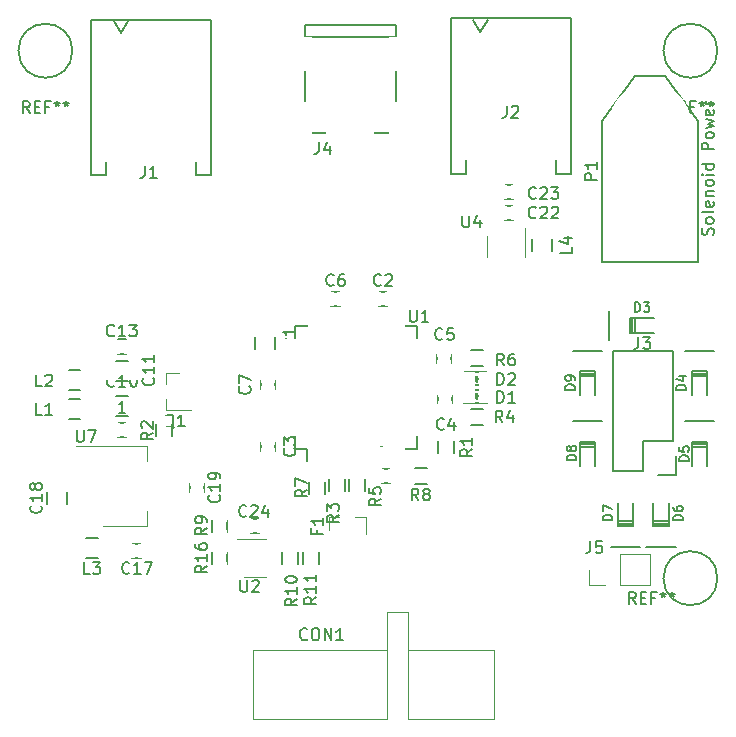
<source format=gto>
G04 #@! TF.FileFunction,Legend,Top*
%FSLAX46Y46*%
G04 Gerber Fmt 4.6, Leading zero omitted, Abs format (unit mm)*
G04 Created by KiCad (PCBNEW 4.0.7) date 01/05/18 11:34:56*
%MOMM*%
%LPD*%
G01*
G04 APERTURE LIST*
%ADD10C,0.100000*%
%ADD11C,0.150000*%
%ADD12C,0.120000*%
%ADD13C,0.152400*%
%ADD14C,3.448000*%
%ADD15R,0.650000X1.400000*%
%ADD16R,1.400000X0.650000*%
%ADD17R,1.200000X1.150000*%
%ADD18R,1.150000X1.200000*%
%ADD19R,1.400000X1.650000*%
%ADD20R,1.650000X1.400000*%
%ADD21C,1.050000*%
%ADD22R,1.050000X5.000000*%
%ADD23R,1.050000X4.000000*%
%ADD24R,1.197560X1.197560*%
%ADD25R,1.650000X2.400000*%
%ADD26R,2.400000X1.650000*%
%ADD27R,1.200000X1.300000*%
%ADD28R,2.178000X2.686000*%
%ADD29R,2.127200X2.127200*%
%ADD30O,2.127200X2.127200*%
%ADD31R,0.900380X2.701240*%
%ADD32R,2.398980X2.899360*%
%ADD33C,1.299160*%
%ADD34C,7.004000*%
%ADD35R,1.300000X1.200000*%
%ADD36R,1.300000X0.900000*%
%ADD37R,0.900000X1.300000*%
%ADD38R,1.460000X1.050000*%
%ADD39R,1.050000X1.460000*%
%ADD40R,2.400000X4.200000*%
%ADD41R,2.400000X1.900000*%
%ADD42R,2.100000X2.100000*%
%ADD43O,2.100000X2.100000*%
G04 APERTURE END LIST*
D10*
D11*
X179578000Y-117398800D02*
G75*
G03X179578000Y-117398800I-2286000J0D01*
G01*
X179578000Y-72745600D02*
G75*
G03X179578000Y-72745600I-2286000J0D01*
G01*
X143825000Y-106425000D02*
X144825000Y-106425000D01*
X143825000Y-96075000D02*
X144900000Y-96075000D01*
X154175000Y-96075000D02*
X153100000Y-96075000D01*
X154175000Y-106425000D02*
X153100000Y-106425000D01*
X143825000Y-106425000D02*
X143825000Y-105350000D01*
X154175000Y-106425000D02*
X154175000Y-105350000D01*
X154175000Y-96075000D02*
X154175000Y-97150000D01*
X143825000Y-96075000D02*
X143825000Y-97150000D01*
X144825000Y-106425000D02*
X144825000Y-107450000D01*
X151150000Y-108150000D02*
X151850000Y-108150000D01*
X151850000Y-109350000D02*
X151150000Y-109350000D01*
X150900000Y-93150000D02*
X151600000Y-93150000D01*
X151600000Y-94350000D02*
X150900000Y-94350000D01*
X142100000Y-105900000D02*
X142100000Y-106600000D01*
X140900000Y-106600000D02*
X140900000Y-105900000D01*
X155900000Y-102600000D02*
X155900000Y-101900000D01*
X157100000Y-101900000D02*
X157100000Y-102600000D01*
X157064000Y-98444000D02*
X157064000Y-99144000D01*
X155864000Y-99144000D02*
X155864000Y-98444000D01*
X147600000Y-94350000D02*
X146900000Y-94350000D01*
X146900000Y-93150000D02*
X147600000Y-93150000D01*
X140900000Y-101350000D02*
X140900000Y-100650000D01*
X142100000Y-100650000D02*
X142100000Y-101350000D01*
X129650000Y-102000000D02*
X128650000Y-102000000D01*
X128650000Y-103700000D02*
X129650000Y-103700000D01*
X129650000Y-98972000D02*
X128650000Y-98972000D01*
X128650000Y-100672000D02*
X129650000Y-100672000D01*
X128800000Y-104250000D02*
X129500000Y-104250000D01*
X129500000Y-105450000D02*
X128800000Y-105450000D01*
X128800000Y-97190000D02*
X129500000Y-97190000D01*
X129500000Y-98390000D02*
X128800000Y-98390000D01*
X130050000Y-114500000D02*
X130750000Y-114500000D01*
X130750000Y-115700000D02*
X130050000Y-115700000D01*
X122800000Y-110100000D02*
X122800000Y-111100000D01*
X124500000Y-111100000D02*
X124500000Y-110100000D01*
X134883600Y-110078000D02*
X134883600Y-109378000D01*
X136083600Y-109378000D02*
X136083600Y-110078000D01*
X142100000Y-98000000D02*
X142100000Y-97000000D01*
X140400000Y-97000000D02*
X140400000Y-98000000D01*
X161600000Y-85850000D02*
X162300000Y-85850000D01*
X162300000Y-87050000D02*
X161600000Y-87050000D01*
X161600000Y-84100000D02*
X162300000Y-84100000D01*
X162300000Y-85300000D02*
X161600000Y-85300000D01*
X140772000Y-113556800D02*
X140072000Y-113556800D01*
X140072000Y-112356800D02*
X140772000Y-112356800D01*
D12*
X151600000Y-123500000D02*
X151600000Y-120300000D01*
X151600000Y-120300000D02*
X153400000Y-120300000D01*
X153400000Y-120300000D02*
X153400000Y-123500000D01*
X140300000Y-123500000D02*
X151600000Y-123500000D01*
X151600000Y-123500000D02*
X151600000Y-129300000D01*
X151600000Y-129300000D02*
X140300000Y-129300000D01*
X140300000Y-129300000D02*
X140300000Y-123500000D01*
X160700000Y-123500000D02*
X153400000Y-123500000D01*
X153400000Y-129300000D02*
X160700000Y-129300000D01*
X153400000Y-123500000D02*
X153400000Y-129300000D01*
X160700000Y-123500000D02*
X160700000Y-129300000D01*
D11*
X158150000Y-102550000D02*
X160050000Y-102550000D01*
X158150000Y-101450000D02*
X160050000Y-101450000D01*
X159050000Y-102000000D02*
X159500000Y-102000000D01*
X159000000Y-101750000D02*
X159000000Y-102250000D01*
X159000000Y-102000000D02*
X159250000Y-101750000D01*
X159250000Y-101750000D02*
X159250000Y-102250000D01*
X159250000Y-102250000D02*
X159000000Y-102000000D01*
X158150700Y-101050000D02*
X160050700Y-101050000D01*
X158150700Y-99950000D02*
X160050700Y-99950000D01*
X159050700Y-100500000D02*
X159500700Y-100500000D01*
X159000700Y-100250000D02*
X159000700Y-100750000D01*
X159000700Y-100500000D02*
X159250700Y-100250000D01*
X159250700Y-100250000D02*
X159250700Y-100750000D01*
X159250700Y-100750000D02*
X159000700Y-100500000D01*
X170437000Y-97250000D02*
X170437000Y-94750000D01*
X172187000Y-96650000D02*
X172187000Y-95350000D01*
X172587000Y-95350000D02*
X172587000Y-96650000D01*
X172387000Y-96650000D02*
X172387000Y-95350000D01*
X174187000Y-96650000D02*
X172187000Y-96650000D01*
X172187000Y-95350000D02*
X174187000Y-95350000D01*
X176812000Y-98125000D02*
X179312000Y-98125000D01*
X177412000Y-99875000D02*
X178712000Y-99875000D01*
X178712000Y-100275000D02*
X177412000Y-100275000D01*
X177412000Y-100075000D02*
X178712000Y-100075000D01*
X177412000Y-101875000D02*
X177412000Y-99875000D01*
X178712000Y-99875000D02*
X178712000Y-101875000D01*
X176812000Y-104125000D02*
X179312000Y-104125000D01*
X177412000Y-105875000D02*
X178712000Y-105875000D01*
X178712000Y-106275000D02*
X177412000Y-106275000D01*
X177412000Y-106075000D02*
X178712000Y-106075000D01*
X177412000Y-107875000D02*
X177412000Y-105875000D01*
X178712000Y-105875000D02*
X178712000Y-107875000D01*
X176062000Y-114750000D02*
X173562000Y-114750000D01*
X175462000Y-113000000D02*
X174162000Y-113000000D01*
X174162000Y-112600000D02*
X175462000Y-112600000D01*
X175462000Y-112800000D02*
X174162000Y-112800000D01*
X175462000Y-111000000D02*
X175462000Y-113000000D01*
X174162000Y-113000000D02*
X174162000Y-111000000D01*
X173062000Y-114750000D02*
X170562000Y-114750000D01*
X172462000Y-113000000D02*
X171162000Y-113000000D01*
X171162000Y-112600000D02*
X172462000Y-112600000D01*
X172462000Y-112800000D02*
X171162000Y-112800000D01*
X172462000Y-111000000D02*
X172462000Y-113000000D01*
X171162000Y-113000000D02*
X171162000Y-111000000D01*
X167312000Y-104125000D02*
X169812000Y-104125000D01*
X167912000Y-105875000D02*
X169212000Y-105875000D01*
X169212000Y-106275000D02*
X167912000Y-106275000D01*
X167912000Y-106075000D02*
X169212000Y-106075000D01*
X167912000Y-107875000D02*
X167912000Y-105875000D01*
X169212000Y-105875000D02*
X169212000Y-107875000D01*
X167312000Y-98125000D02*
X169812000Y-98125000D01*
X167912000Y-99875000D02*
X169212000Y-99875000D01*
X169212000Y-100275000D02*
X167912000Y-100275000D01*
X167912000Y-100075000D02*
X169212000Y-100075000D01*
X167912000Y-101875000D02*
X167912000Y-99875000D01*
X169212000Y-99875000D02*
X169212000Y-101875000D01*
D12*
X149830000Y-112240000D02*
X148900000Y-112240000D01*
X146670000Y-112240000D02*
X147600000Y-112240000D01*
X146670000Y-112240000D02*
X146670000Y-114400000D01*
X149830000Y-112240000D02*
X149830000Y-113700000D01*
D11*
X135410000Y-83240000D02*
X135410000Y-82124000D01*
X127790000Y-83240000D02*
X127790000Y-82124000D01*
D13*
X126520000Y-83240000D02*
X126520000Y-70100000D01*
X135410000Y-83240000D02*
X136680000Y-83240000D01*
D11*
X129058100Y-71237400D02*
X128458100Y-70237400D01*
X129058100Y-71237400D02*
X129658100Y-70237400D01*
D13*
X126520000Y-83240000D02*
X127790000Y-83240000D01*
X126520000Y-70100000D02*
X136680000Y-70100000D01*
X136680000Y-83240000D02*
X136680000Y-70100000D01*
D11*
X165870000Y-83140000D02*
X165870000Y-82024000D01*
X158250000Y-83140000D02*
X158250000Y-82024000D01*
D13*
X156980000Y-83140000D02*
X156980000Y-70000000D01*
X165870000Y-83140000D02*
X167140000Y-83140000D01*
D11*
X159518100Y-71137400D02*
X158918100Y-70137400D01*
X159518100Y-71137400D02*
X160118100Y-70137400D01*
D13*
X156980000Y-83140000D02*
X158250000Y-83140000D01*
X156980000Y-70000000D02*
X167140000Y-70000000D01*
X167140000Y-83140000D02*
X167140000Y-70000000D01*
D11*
X175832000Y-105810000D02*
X175832000Y-98190000D01*
X175832000Y-98190000D02*
X170752000Y-98190000D01*
X170752000Y-98190000D02*
X170752000Y-108350000D01*
X170752000Y-108350000D02*
X173292000Y-108350000D01*
X174562000Y-108630000D02*
X176112000Y-108630000D01*
X173292000Y-108350000D02*
X173292000Y-105810000D01*
X173292000Y-105810000D02*
X175832000Y-105810000D01*
X176112000Y-108630000D02*
X176112000Y-107080000D01*
X152351000Y-71549920D02*
X144649720Y-71549920D01*
X152351000Y-70549160D02*
X144649720Y-70549160D01*
X144649720Y-70549160D02*
X144649720Y-79749040D01*
X144649720Y-79749040D02*
X152351000Y-79749040D01*
X152351000Y-79749040D02*
X152351000Y-70549160D01*
X125650000Y-102250000D02*
X124650000Y-102250000D01*
X124650000Y-103950000D02*
X125650000Y-103950000D01*
X125650000Y-99750000D02*
X124650000Y-99750000D01*
X124650000Y-101450000D02*
X125650000Y-101450000D01*
X126150000Y-115700000D02*
X127150000Y-115700000D01*
X127150000Y-114000000D02*
X126150000Y-114000000D01*
X165550000Y-89700000D02*
X165550000Y-88700000D01*
X163850000Y-88700000D02*
X163850000Y-89700000D01*
X169836000Y-78654600D02*
X169836000Y-90592600D01*
X175170000Y-74844600D02*
X172630000Y-74844600D01*
X177964000Y-90592600D02*
X177964000Y-78654600D01*
X172630000Y-74844600D02*
X169836000Y-78654600D01*
X177964000Y-78654600D02*
X175170000Y-74844600D01*
X177964000Y-90592600D02*
X169836000Y-90592600D01*
D12*
X132890000Y-100020000D02*
X132890000Y-100950000D01*
X132890000Y-103180000D02*
X132890000Y-102250000D01*
X132890000Y-103180000D02*
X135050000Y-103180000D01*
X132890000Y-100020000D02*
X134350000Y-100020000D01*
D11*
X157291400Y-105812400D02*
X157291400Y-106812400D01*
X155941400Y-106812400D02*
X155941400Y-105812400D01*
X133415400Y-104351200D02*
X133415400Y-105351200D01*
X132065400Y-105351200D02*
X132065400Y-104351200D01*
X146725000Y-110000000D02*
X146725000Y-109000000D01*
X148075000Y-109000000D02*
X148075000Y-110000000D01*
X159750000Y-104425000D02*
X158750000Y-104425000D01*
X158750000Y-103075000D02*
X159750000Y-103075000D01*
X148425000Y-110000000D02*
X148425000Y-109000000D01*
X149775000Y-109000000D02*
X149775000Y-110000000D01*
X159750000Y-99425000D02*
X158750000Y-99425000D01*
X158750000Y-98075000D02*
X159750000Y-98075000D01*
X145019400Y-110278800D02*
X145019400Y-109278800D01*
X146369400Y-109278800D02*
X146369400Y-110278800D01*
X155000000Y-109425000D02*
X154000000Y-109425000D01*
X154000000Y-108075000D02*
X155000000Y-108075000D01*
X136747000Y-113456800D02*
X136747000Y-112456800D01*
X138097000Y-112456800D02*
X138097000Y-113456800D01*
X142747000Y-116206800D02*
X142747000Y-115206800D01*
X144097000Y-115206800D02*
X144097000Y-116206800D01*
X144497000Y-116206800D02*
X144497000Y-115206800D01*
X145847000Y-115206800D02*
X145847000Y-116206800D01*
X138097000Y-115206800D02*
X138097000Y-116206800D01*
X136747000Y-116206800D02*
X136747000Y-115206800D01*
D12*
X139522000Y-117316800D02*
X141322000Y-117316800D01*
X141322000Y-114096800D02*
X138872000Y-114096800D01*
X160090000Y-88400000D02*
X160090000Y-90200000D01*
X163310000Y-90200000D02*
X163310000Y-87750000D01*
X131310000Y-113010000D02*
X131310000Y-111750000D01*
X131310000Y-106190000D02*
X131310000Y-107450000D01*
X127550000Y-113010000D02*
X131310000Y-113010000D01*
X125300000Y-106190000D02*
X131310000Y-106190000D01*
D11*
X124968000Y-72745600D02*
G75*
G03X124968000Y-72745600I-2286000J0D01*
G01*
D12*
X173897600Y-118017600D02*
X173897600Y-115357600D01*
X171297600Y-118017600D02*
X173897600Y-118017600D01*
X171297600Y-115357600D02*
X173897600Y-115357600D01*
X171297600Y-118017600D02*
X171297600Y-115357600D01*
X170027600Y-118017600D02*
X168697600Y-118017600D01*
X168697600Y-118017600D02*
X168697600Y-116687600D01*
D11*
X172656667Y-119578381D02*
X172323333Y-119102190D01*
X172085238Y-119578381D02*
X172085238Y-118578381D01*
X172466191Y-118578381D01*
X172561429Y-118626000D01*
X172609048Y-118673619D01*
X172656667Y-118768857D01*
X172656667Y-118911714D01*
X172609048Y-119006952D01*
X172561429Y-119054571D01*
X172466191Y-119102190D01*
X172085238Y-119102190D01*
X173085238Y-119054571D02*
X173418572Y-119054571D01*
X173561429Y-119578381D02*
X173085238Y-119578381D01*
X173085238Y-118578381D01*
X173561429Y-118578381D01*
X174323334Y-119054571D02*
X173990000Y-119054571D01*
X173990000Y-119578381D02*
X173990000Y-118578381D01*
X174466191Y-118578381D01*
X174990000Y-118578381D02*
X174990000Y-118816476D01*
X174751905Y-118721238D02*
X174990000Y-118816476D01*
X175228096Y-118721238D01*
X174847143Y-119006952D02*
X174990000Y-118816476D01*
X175132858Y-119006952D01*
X175751905Y-118578381D02*
X175751905Y-118816476D01*
X175513810Y-118721238D02*
X175751905Y-118816476D01*
X175990001Y-118721238D01*
X175609048Y-119006952D02*
X175751905Y-118816476D01*
X175894763Y-119006952D01*
X175958667Y-78023981D02*
X175625333Y-77547790D01*
X175387238Y-78023981D02*
X175387238Y-77023981D01*
X175768191Y-77023981D01*
X175863429Y-77071600D01*
X175911048Y-77119219D01*
X175958667Y-77214457D01*
X175958667Y-77357314D01*
X175911048Y-77452552D01*
X175863429Y-77500171D01*
X175768191Y-77547790D01*
X175387238Y-77547790D01*
X176387238Y-77500171D02*
X176720572Y-77500171D01*
X176863429Y-78023981D02*
X176387238Y-78023981D01*
X176387238Y-77023981D01*
X176863429Y-77023981D01*
X177625334Y-77500171D02*
X177292000Y-77500171D01*
X177292000Y-78023981D02*
X177292000Y-77023981D01*
X177768191Y-77023981D01*
X178292000Y-77023981D02*
X178292000Y-77262076D01*
X178053905Y-77166838D02*
X178292000Y-77262076D01*
X178530096Y-77166838D01*
X178149143Y-77452552D02*
X178292000Y-77262076D01*
X178434858Y-77452552D01*
X179053905Y-77023981D02*
X179053905Y-77262076D01*
X178815810Y-77166838D02*
X179053905Y-77262076D01*
X179292001Y-77166838D01*
X178911048Y-77452552D02*
X179053905Y-77262076D01*
X179196763Y-77452552D01*
X153543095Y-94702381D02*
X153543095Y-95511905D01*
X153590714Y-95607143D01*
X153638333Y-95654762D01*
X153733571Y-95702381D01*
X153924048Y-95702381D01*
X154019286Y-95654762D01*
X154066905Y-95607143D01*
X154114524Y-95511905D01*
X154114524Y-94702381D01*
X155114524Y-95702381D02*
X154543095Y-95702381D01*
X154828809Y-95702381D02*
X154828809Y-94702381D01*
X154733571Y-94845238D01*
X154638333Y-94940476D01*
X154543095Y-94988095D01*
X151333334Y-107207143D02*
X151285715Y-107254762D01*
X151142858Y-107302381D01*
X151047620Y-107302381D01*
X150904762Y-107254762D01*
X150809524Y-107159524D01*
X150761905Y-107064286D01*
X150714286Y-106873810D01*
X150714286Y-106730952D01*
X150761905Y-106540476D01*
X150809524Y-106445238D01*
X150904762Y-106350000D01*
X151047620Y-106302381D01*
X151142858Y-106302381D01*
X151285715Y-106350000D01*
X151333334Y-106397619D01*
X152285715Y-107302381D02*
X151714286Y-107302381D01*
X152000000Y-107302381D02*
X152000000Y-106302381D01*
X151904762Y-106445238D01*
X151809524Y-106540476D01*
X151714286Y-106588095D01*
X151083334Y-92559143D02*
X151035715Y-92606762D01*
X150892858Y-92654381D01*
X150797620Y-92654381D01*
X150654762Y-92606762D01*
X150559524Y-92511524D01*
X150511905Y-92416286D01*
X150464286Y-92225810D01*
X150464286Y-92082952D01*
X150511905Y-91892476D01*
X150559524Y-91797238D01*
X150654762Y-91702000D01*
X150797620Y-91654381D01*
X150892858Y-91654381D01*
X151035715Y-91702000D01*
X151083334Y-91749619D01*
X151464286Y-91749619D02*
X151511905Y-91702000D01*
X151607143Y-91654381D01*
X151845239Y-91654381D01*
X151940477Y-91702000D01*
X151988096Y-91749619D01*
X152035715Y-91844857D01*
X152035715Y-91940095D01*
X151988096Y-92082952D01*
X151416667Y-92654381D01*
X152035715Y-92654381D01*
X143757143Y-106416666D02*
X143804762Y-106464285D01*
X143852381Y-106607142D01*
X143852381Y-106702380D01*
X143804762Y-106845238D01*
X143709524Y-106940476D01*
X143614286Y-106988095D01*
X143423810Y-107035714D01*
X143280952Y-107035714D01*
X143090476Y-106988095D01*
X142995238Y-106940476D01*
X142900000Y-106845238D01*
X142852381Y-106702380D01*
X142852381Y-106607142D01*
X142900000Y-106464285D01*
X142947619Y-106416666D01*
X142852381Y-106083333D02*
X142852381Y-105464285D01*
X143233333Y-105797619D01*
X143233333Y-105654761D01*
X143280952Y-105559523D01*
X143328571Y-105511904D01*
X143423810Y-105464285D01*
X143661905Y-105464285D01*
X143757143Y-105511904D01*
X143804762Y-105559523D01*
X143852381Y-105654761D01*
X143852381Y-105940476D01*
X143804762Y-106035714D01*
X143757143Y-106083333D01*
X156424334Y-104751143D02*
X156376715Y-104798762D01*
X156233858Y-104846381D01*
X156138620Y-104846381D01*
X155995762Y-104798762D01*
X155900524Y-104703524D01*
X155852905Y-104608286D01*
X155805286Y-104417810D01*
X155805286Y-104274952D01*
X155852905Y-104084476D01*
X155900524Y-103989238D01*
X155995762Y-103894000D01*
X156138620Y-103846381D01*
X156233858Y-103846381D01*
X156376715Y-103894000D01*
X156424334Y-103941619D01*
X157281477Y-104179714D02*
X157281477Y-104846381D01*
X157043381Y-103798762D02*
X156805286Y-104513048D01*
X157424334Y-104513048D01*
X156297334Y-97131143D02*
X156249715Y-97178762D01*
X156106858Y-97226381D01*
X156011620Y-97226381D01*
X155868762Y-97178762D01*
X155773524Y-97083524D01*
X155725905Y-96988286D01*
X155678286Y-96797810D01*
X155678286Y-96654952D01*
X155725905Y-96464476D01*
X155773524Y-96369238D01*
X155868762Y-96274000D01*
X156011620Y-96226381D01*
X156106858Y-96226381D01*
X156249715Y-96274000D01*
X156297334Y-96321619D01*
X157202096Y-96226381D02*
X156725905Y-96226381D01*
X156678286Y-96702571D01*
X156725905Y-96654952D01*
X156821143Y-96607333D01*
X157059239Y-96607333D01*
X157154477Y-96654952D01*
X157202096Y-96702571D01*
X157249715Y-96797810D01*
X157249715Y-97035905D01*
X157202096Y-97131143D01*
X157154477Y-97178762D01*
X157059239Y-97226381D01*
X156821143Y-97226381D01*
X156725905Y-97178762D01*
X156678286Y-97131143D01*
X147083334Y-92559143D02*
X147035715Y-92606762D01*
X146892858Y-92654381D01*
X146797620Y-92654381D01*
X146654762Y-92606762D01*
X146559524Y-92511524D01*
X146511905Y-92416286D01*
X146464286Y-92225810D01*
X146464286Y-92082952D01*
X146511905Y-91892476D01*
X146559524Y-91797238D01*
X146654762Y-91702000D01*
X146797620Y-91654381D01*
X146892858Y-91654381D01*
X147035715Y-91702000D01*
X147083334Y-91749619D01*
X147940477Y-91654381D02*
X147750000Y-91654381D01*
X147654762Y-91702000D01*
X147607143Y-91749619D01*
X147511905Y-91892476D01*
X147464286Y-92082952D01*
X147464286Y-92463905D01*
X147511905Y-92559143D01*
X147559524Y-92606762D01*
X147654762Y-92654381D01*
X147845239Y-92654381D01*
X147940477Y-92606762D01*
X147988096Y-92559143D01*
X148035715Y-92463905D01*
X148035715Y-92225810D01*
X147988096Y-92130571D01*
X147940477Y-92082952D01*
X147845239Y-92035333D01*
X147654762Y-92035333D01*
X147559524Y-92082952D01*
X147511905Y-92130571D01*
X147464286Y-92225810D01*
X139957143Y-101166666D02*
X140004762Y-101214285D01*
X140052381Y-101357142D01*
X140052381Y-101452380D01*
X140004762Y-101595238D01*
X139909524Y-101690476D01*
X139814286Y-101738095D01*
X139623810Y-101785714D01*
X139480952Y-101785714D01*
X139290476Y-101738095D01*
X139195238Y-101690476D01*
X139100000Y-101595238D01*
X139052381Y-101452380D01*
X139052381Y-101357142D01*
X139100000Y-101214285D01*
X139147619Y-101166666D01*
X139052381Y-100833333D02*
X139052381Y-100166666D01*
X140052381Y-100595238D01*
X128507143Y-101107143D02*
X128459524Y-101154762D01*
X128316667Y-101202381D01*
X128221429Y-101202381D01*
X128078571Y-101154762D01*
X127983333Y-101059524D01*
X127935714Y-100964286D01*
X127888095Y-100773810D01*
X127888095Y-100630952D01*
X127935714Y-100440476D01*
X127983333Y-100345238D01*
X128078571Y-100250000D01*
X128221429Y-100202381D01*
X128316667Y-100202381D01*
X128459524Y-100250000D01*
X128507143Y-100297619D01*
X129459524Y-101202381D02*
X128888095Y-101202381D01*
X129173809Y-101202381D02*
X129173809Y-100202381D01*
X129078571Y-100345238D01*
X128983333Y-100440476D01*
X128888095Y-100488095D01*
X130078571Y-100202381D02*
X130173810Y-100202381D01*
X130269048Y-100250000D01*
X130316667Y-100297619D01*
X130364286Y-100392857D01*
X130411905Y-100583333D01*
X130411905Y-100821429D01*
X130364286Y-101011905D01*
X130316667Y-101107143D01*
X130269048Y-101154762D01*
X130173810Y-101202381D01*
X130078571Y-101202381D01*
X129983333Y-101154762D01*
X129935714Y-101107143D01*
X129888095Y-101011905D01*
X129840476Y-100821429D01*
X129840476Y-100583333D01*
X129888095Y-100392857D01*
X129935714Y-100297619D01*
X129983333Y-100250000D01*
X130078571Y-100202381D01*
X131802143Y-100448857D02*
X131849762Y-100496476D01*
X131897381Y-100639333D01*
X131897381Y-100734571D01*
X131849762Y-100877429D01*
X131754524Y-100972667D01*
X131659286Y-101020286D01*
X131468810Y-101067905D01*
X131325952Y-101067905D01*
X131135476Y-101020286D01*
X131040238Y-100972667D01*
X130945000Y-100877429D01*
X130897381Y-100734571D01*
X130897381Y-100639333D01*
X130945000Y-100496476D01*
X130992619Y-100448857D01*
X131897381Y-99496476D02*
X131897381Y-100067905D01*
X131897381Y-99782191D02*
X130897381Y-99782191D01*
X131040238Y-99877429D01*
X131135476Y-99972667D01*
X131183095Y-100067905D01*
X131897381Y-98544095D02*
X131897381Y-99115524D01*
X131897381Y-98829810D02*
X130897381Y-98829810D01*
X131040238Y-98925048D01*
X131135476Y-99020286D01*
X131183095Y-99115524D01*
X128507143Y-103307143D02*
X128459524Y-103354762D01*
X128316667Y-103402381D01*
X128221429Y-103402381D01*
X128078571Y-103354762D01*
X127983333Y-103259524D01*
X127935714Y-103164286D01*
X127888095Y-102973810D01*
X127888095Y-102830952D01*
X127935714Y-102640476D01*
X127983333Y-102545238D01*
X128078571Y-102450000D01*
X128221429Y-102402381D01*
X128316667Y-102402381D01*
X128459524Y-102450000D01*
X128507143Y-102497619D01*
X129459524Y-103402381D02*
X128888095Y-103402381D01*
X129173809Y-103402381D02*
X129173809Y-102402381D01*
X129078571Y-102545238D01*
X128983333Y-102640476D01*
X128888095Y-102688095D01*
X129840476Y-102497619D02*
X129888095Y-102450000D01*
X129983333Y-102402381D01*
X130221429Y-102402381D01*
X130316667Y-102450000D01*
X130364286Y-102497619D01*
X130411905Y-102592857D01*
X130411905Y-102688095D01*
X130364286Y-102830952D01*
X129792857Y-103402381D01*
X130411905Y-103402381D01*
X128507143Y-96829143D02*
X128459524Y-96876762D01*
X128316667Y-96924381D01*
X128221429Y-96924381D01*
X128078571Y-96876762D01*
X127983333Y-96781524D01*
X127935714Y-96686286D01*
X127888095Y-96495810D01*
X127888095Y-96352952D01*
X127935714Y-96162476D01*
X127983333Y-96067238D01*
X128078571Y-95972000D01*
X128221429Y-95924381D01*
X128316667Y-95924381D01*
X128459524Y-95972000D01*
X128507143Y-96019619D01*
X129459524Y-96924381D02*
X128888095Y-96924381D01*
X129173809Y-96924381D02*
X129173809Y-95924381D01*
X129078571Y-96067238D01*
X128983333Y-96162476D01*
X128888095Y-96210095D01*
X129792857Y-95924381D02*
X130411905Y-95924381D01*
X130078571Y-96305333D01*
X130221429Y-96305333D01*
X130316667Y-96352952D01*
X130364286Y-96400571D01*
X130411905Y-96495810D01*
X130411905Y-96733905D01*
X130364286Y-96829143D01*
X130316667Y-96876762D01*
X130221429Y-96924381D01*
X129935714Y-96924381D01*
X129840476Y-96876762D01*
X129792857Y-96829143D01*
X129786143Y-116943143D02*
X129738524Y-116990762D01*
X129595667Y-117038381D01*
X129500429Y-117038381D01*
X129357571Y-116990762D01*
X129262333Y-116895524D01*
X129214714Y-116800286D01*
X129167095Y-116609810D01*
X129167095Y-116466952D01*
X129214714Y-116276476D01*
X129262333Y-116181238D01*
X129357571Y-116086000D01*
X129500429Y-116038381D01*
X129595667Y-116038381D01*
X129738524Y-116086000D01*
X129786143Y-116133619D01*
X130738524Y-117038381D02*
X130167095Y-117038381D01*
X130452809Y-117038381D02*
X130452809Y-116038381D01*
X130357571Y-116181238D01*
X130262333Y-116276476D01*
X130167095Y-116324095D01*
X131071857Y-116038381D02*
X131738524Y-116038381D01*
X131309952Y-117038381D01*
X122277143Y-111259857D02*
X122324762Y-111307476D01*
X122372381Y-111450333D01*
X122372381Y-111545571D01*
X122324762Y-111688429D01*
X122229524Y-111783667D01*
X122134286Y-111831286D01*
X121943810Y-111878905D01*
X121800952Y-111878905D01*
X121610476Y-111831286D01*
X121515238Y-111783667D01*
X121420000Y-111688429D01*
X121372381Y-111545571D01*
X121372381Y-111450333D01*
X121420000Y-111307476D01*
X121467619Y-111259857D01*
X122372381Y-110307476D02*
X122372381Y-110878905D01*
X122372381Y-110593191D02*
X121372381Y-110593191D01*
X121515238Y-110688429D01*
X121610476Y-110783667D01*
X121658095Y-110878905D01*
X121800952Y-109736048D02*
X121753333Y-109831286D01*
X121705714Y-109878905D01*
X121610476Y-109926524D01*
X121562857Y-109926524D01*
X121467619Y-109878905D01*
X121420000Y-109831286D01*
X121372381Y-109736048D01*
X121372381Y-109545571D01*
X121420000Y-109450333D01*
X121467619Y-109402714D01*
X121562857Y-109355095D01*
X121610476Y-109355095D01*
X121705714Y-109402714D01*
X121753333Y-109450333D01*
X121800952Y-109545571D01*
X121800952Y-109736048D01*
X121848571Y-109831286D01*
X121896190Y-109878905D01*
X121991429Y-109926524D01*
X122181905Y-109926524D01*
X122277143Y-109878905D01*
X122324762Y-109831286D01*
X122372381Y-109736048D01*
X122372381Y-109545571D01*
X122324762Y-109450333D01*
X122277143Y-109402714D01*
X122181905Y-109355095D01*
X121991429Y-109355095D01*
X121896190Y-109402714D01*
X121848571Y-109450333D01*
X121800952Y-109545571D01*
X137390143Y-110370857D02*
X137437762Y-110418476D01*
X137485381Y-110561333D01*
X137485381Y-110656571D01*
X137437762Y-110799429D01*
X137342524Y-110894667D01*
X137247286Y-110942286D01*
X137056810Y-110989905D01*
X136913952Y-110989905D01*
X136723476Y-110942286D01*
X136628238Y-110894667D01*
X136533000Y-110799429D01*
X136485381Y-110656571D01*
X136485381Y-110561333D01*
X136533000Y-110418476D01*
X136580619Y-110370857D01*
X137485381Y-109418476D02*
X137485381Y-109989905D01*
X137485381Y-109704191D02*
X136485381Y-109704191D01*
X136628238Y-109799429D01*
X136723476Y-109894667D01*
X136771095Y-109989905D01*
X137485381Y-108942286D02*
X137485381Y-108751810D01*
X137437762Y-108656571D01*
X137390143Y-108608952D01*
X137247286Y-108513714D01*
X137056810Y-108466095D01*
X136675857Y-108466095D01*
X136580619Y-108513714D01*
X136533000Y-108561333D01*
X136485381Y-108656571D01*
X136485381Y-108847048D01*
X136533000Y-108942286D01*
X136580619Y-108989905D01*
X136675857Y-109037524D01*
X136913952Y-109037524D01*
X137009190Y-108989905D01*
X137056810Y-108942286D01*
X137104429Y-108847048D01*
X137104429Y-108656571D01*
X137056810Y-108561333D01*
X137009190Y-108513714D01*
X136913952Y-108466095D01*
X143707143Y-98142857D02*
X143754762Y-98190476D01*
X143802381Y-98333333D01*
X143802381Y-98428571D01*
X143754762Y-98571429D01*
X143659524Y-98666667D01*
X143564286Y-98714286D01*
X143373810Y-98761905D01*
X143230952Y-98761905D01*
X143040476Y-98714286D01*
X142945238Y-98666667D01*
X142850000Y-98571429D01*
X142802381Y-98428571D01*
X142802381Y-98333333D01*
X142850000Y-98190476D01*
X142897619Y-98142857D01*
X142897619Y-97761905D02*
X142850000Y-97714286D01*
X142802381Y-97619048D01*
X142802381Y-97380952D01*
X142850000Y-97285714D01*
X142897619Y-97238095D01*
X142992857Y-97190476D01*
X143088095Y-97190476D01*
X143230952Y-97238095D01*
X143802381Y-97809524D01*
X143802381Y-97190476D01*
X143802381Y-96238095D02*
X143802381Y-96809524D01*
X143802381Y-96523810D02*
X142802381Y-96523810D01*
X142945238Y-96619048D01*
X143040476Y-96714286D01*
X143088095Y-96809524D01*
X164203143Y-86844143D02*
X164155524Y-86891762D01*
X164012667Y-86939381D01*
X163917429Y-86939381D01*
X163774571Y-86891762D01*
X163679333Y-86796524D01*
X163631714Y-86701286D01*
X163584095Y-86510810D01*
X163584095Y-86367952D01*
X163631714Y-86177476D01*
X163679333Y-86082238D01*
X163774571Y-85987000D01*
X163917429Y-85939381D01*
X164012667Y-85939381D01*
X164155524Y-85987000D01*
X164203143Y-86034619D01*
X164584095Y-86034619D02*
X164631714Y-85987000D01*
X164726952Y-85939381D01*
X164965048Y-85939381D01*
X165060286Y-85987000D01*
X165107905Y-86034619D01*
X165155524Y-86129857D01*
X165155524Y-86225095D01*
X165107905Y-86367952D01*
X164536476Y-86939381D01*
X165155524Y-86939381D01*
X165536476Y-86034619D02*
X165584095Y-85987000D01*
X165679333Y-85939381D01*
X165917429Y-85939381D01*
X166012667Y-85987000D01*
X166060286Y-86034619D01*
X166107905Y-86129857D01*
X166107905Y-86225095D01*
X166060286Y-86367952D01*
X165488857Y-86939381D01*
X166107905Y-86939381D01*
X164203143Y-85193143D02*
X164155524Y-85240762D01*
X164012667Y-85288381D01*
X163917429Y-85288381D01*
X163774571Y-85240762D01*
X163679333Y-85145524D01*
X163631714Y-85050286D01*
X163584095Y-84859810D01*
X163584095Y-84716952D01*
X163631714Y-84526476D01*
X163679333Y-84431238D01*
X163774571Y-84336000D01*
X163917429Y-84288381D01*
X164012667Y-84288381D01*
X164155524Y-84336000D01*
X164203143Y-84383619D01*
X164584095Y-84383619D02*
X164631714Y-84336000D01*
X164726952Y-84288381D01*
X164965048Y-84288381D01*
X165060286Y-84336000D01*
X165107905Y-84383619D01*
X165155524Y-84478857D01*
X165155524Y-84574095D01*
X165107905Y-84716952D01*
X164536476Y-85288381D01*
X165155524Y-85288381D01*
X165488857Y-84288381D02*
X166107905Y-84288381D01*
X165774571Y-84669333D01*
X165917429Y-84669333D01*
X166012667Y-84716952D01*
X166060286Y-84764571D01*
X166107905Y-84859810D01*
X166107905Y-85097905D01*
X166060286Y-85193143D01*
X166012667Y-85240762D01*
X165917429Y-85288381D01*
X165631714Y-85288381D01*
X165536476Y-85240762D01*
X165488857Y-85193143D01*
X139692143Y-112117143D02*
X139644524Y-112164762D01*
X139501667Y-112212381D01*
X139406429Y-112212381D01*
X139263571Y-112164762D01*
X139168333Y-112069524D01*
X139120714Y-111974286D01*
X139073095Y-111783810D01*
X139073095Y-111640952D01*
X139120714Y-111450476D01*
X139168333Y-111355238D01*
X139263571Y-111260000D01*
X139406429Y-111212381D01*
X139501667Y-111212381D01*
X139644524Y-111260000D01*
X139692143Y-111307619D01*
X140073095Y-111307619D02*
X140120714Y-111260000D01*
X140215952Y-111212381D01*
X140454048Y-111212381D01*
X140549286Y-111260000D01*
X140596905Y-111307619D01*
X140644524Y-111402857D01*
X140644524Y-111498095D01*
X140596905Y-111640952D01*
X140025476Y-112212381D01*
X140644524Y-112212381D01*
X141501667Y-111545714D02*
X141501667Y-112212381D01*
X141263571Y-111164762D02*
X141025476Y-111879048D01*
X141644524Y-111879048D01*
X144835715Y-122547143D02*
X144788096Y-122594762D01*
X144645239Y-122642381D01*
X144550001Y-122642381D01*
X144407143Y-122594762D01*
X144311905Y-122499524D01*
X144264286Y-122404286D01*
X144216667Y-122213810D01*
X144216667Y-122070952D01*
X144264286Y-121880476D01*
X144311905Y-121785238D01*
X144407143Y-121690000D01*
X144550001Y-121642381D01*
X144645239Y-121642381D01*
X144788096Y-121690000D01*
X144835715Y-121737619D01*
X145454762Y-121642381D02*
X145645239Y-121642381D01*
X145740477Y-121690000D01*
X145835715Y-121785238D01*
X145883334Y-121975714D01*
X145883334Y-122309048D01*
X145835715Y-122499524D01*
X145740477Y-122594762D01*
X145645239Y-122642381D01*
X145454762Y-122642381D01*
X145359524Y-122594762D01*
X145264286Y-122499524D01*
X145216667Y-122309048D01*
X145216667Y-121975714D01*
X145264286Y-121785238D01*
X145359524Y-121690000D01*
X145454762Y-121642381D01*
X146311905Y-122642381D02*
X146311905Y-121642381D01*
X146883334Y-122642381D01*
X146883334Y-121642381D01*
X147883334Y-122642381D02*
X147311905Y-122642381D01*
X147597619Y-122642381D02*
X147597619Y-121642381D01*
X147502381Y-121785238D01*
X147407143Y-121880476D01*
X147311905Y-121928095D01*
X160932905Y-102560381D02*
X160932905Y-101560381D01*
X161171000Y-101560381D01*
X161313858Y-101608000D01*
X161409096Y-101703238D01*
X161456715Y-101798476D01*
X161504334Y-101988952D01*
X161504334Y-102131810D01*
X161456715Y-102322286D01*
X161409096Y-102417524D01*
X161313858Y-102512762D01*
X161171000Y-102560381D01*
X160932905Y-102560381D01*
X162456715Y-102560381D02*
X161885286Y-102560381D01*
X162171000Y-102560381D02*
X162171000Y-101560381D01*
X162075762Y-101703238D01*
X161980524Y-101798476D01*
X161885286Y-101846095D01*
X160932905Y-101036381D02*
X160932905Y-100036381D01*
X161171000Y-100036381D01*
X161313858Y-100084000D01*
X161409096Y-100179238D01*
X161456715Y-100274476D01*
X161504334Y-100464952D01*
X161504334Y-100607810D01*
X161456715Y-100798286D01*
X161409096Y-100893524D01*
X161313858Y-100988762D01*
X161171000Y-101036381D01*
X160932905Y-101036381D01*
X161885286Y-100131619D02*
X161932905Y-100084000D01*
X162028143Y-100036381D01*
X162266239Y-100036381D01*
X162361477Y-100084000D01*
X162409096Y-100131619D01*
X162456715Y-100226857D01*
X162456715Y-100322095D01*
X162409096Y-100464952D01*
X161837667Y-101036381D01*
X162456715Y-101036381D01*
X172596524Y-94849905D02*
X172596524Y-94049905D01*
X172787000Y-94049905D01*
X172901286Y-94088000D01*
X172977477Y-94164190D01*
X173015572Y-94240381D01*
X173053667Y-94392762D01*
X173053667Y-94507048D01*
X173015572Y-94659429D01*
X172977477Y-94735619D01*
X172901286Y-94811810D01*
X172787000Y-94849905D01*
X172596524Y-94849905D01*
X173320334Y-94049905D02*
X173815572Y-94049905D01*
X173548905Y-94354667D01*
X173663191Y-94354667D01*
X173739381Y-94392762D01*
X173777477Y-94430857D01*
X173815572Y-94507048D01*
X173815572Y-94697524D01*
X173777477Y-94773714D01*
X173739381Y-94811810D01*
X173663191Y-94849905D01*
X173434619Y-94849905D01*
X173358429Y-94811810D01*
X173320334Y-94773714D01*
X176891905Y-101465476D02*
X176091905Y-101465476D01*
X176091905Y-101275000D01*
X176130000Y-101160714D01*
X176206190Y-101084523D01*
X176282381Y-101046428D01*
X176434762Y-101008333D01*
X176549048Y-101008333D01*
X176701429Y-101046428D01*
X176777619Y-101084523D01*
X176853810Y-101160714D01*
X176891905Y-101275000D01*
X176891905Y-101465476D01*
X176358571Y-100322619D02*
X176891905Y-100322619D01*
X176053810Y-100513095D02*
X176625238Y-100703571D01*
X176625238Y-100208333D01*
X177145905Y-107465476D02*
X176345905Y-107465476D01*
X176345905Y-107275000D01*
X176384000Y-107160714D01*
X176460190Y-107084523D01*
X176536381Y-107046428D01*
X176688762Y-107008333D01*
X176803048Y-107008333D01*
X176955429Y-107046428D01*
X177031619Y-107084523D01*
X177107810Y-107160714D01*
X177145905Y-107275000D01*
X177145905Y-107465476D01*
X176345905Y-106284523D02*
X176345905Y-106665476D01*
X176726857Y-106703571D01*
X176688762Y-106665476D01*
X176650667Y-106589285D01*
X176650667Y-106398809D01*
X176688762Y-106322619D01*
X176726857Y-106284523D01*
X176803048Y-106246428D01*
X176993524Y-106246428D01*
X177069714Y-106284523D01*
X177107810Y-106322619D01*
X177145905Y-106398809D01*
X177145905Y-106589285D01*
X177107810Y-106665476D01*
X177069714Y-106703571D01*
X176637905Y-112477476D02*
X175837905Y-112477476D01*
X175837905Y-112287000D01*
X175876000Y-112172714D01*
X175952190Y-112096523D01*
X176028381Y-112058428D01*
X176180762Y-112020333D01*
X176295048Y-112020333D01*
X176447429Y-112058428D01*
X176523619Y-112096523D01*
X176599810Y-112172714D01*
X176637905Y-112287000D01*
X176637905Y-112477476D01*
X175837905Y-111334619D02*
X175837905Y-111487000D01*
X175876000Y-111563190D01*
X175914095Y-111601285D01*
X176028381Y-111677476D01*
X176180762Y-111715571D01*
X176485524Y-111715571D01*
X176561714Y-111677476D01*
X176599810Y-111639381D01*
X176637905Y-111563190D01*
X176637905Y-111410809D01*
X176599810Y-111334619D01*
X176561714Y-111296523D01*
X176485524Y-111258428D01*
X176295048Y-111258428D01*
X176218857Y-111296523D01*
X176180762Y-111334619D01*
X176142667Y-111410809D01*
X176142667Y-111563190D01*
X176180762Y-111639381D01*
X176218857Y-111677476D01*
X176295048Y-111715571D01*
X170668905Y-112477476D02*
X169868905Y-112477476D01*
X169868905Y-112287000D01*
X169907000Y-112172714D01*
X169983190Y-112096523D01*
X170059381Y-112058428D01*
X170211762Y-112020333D01*
X170326048Y-112020333D01*
X170478429Y-112058428D01*
X170554619Y-112096523D01*
X170630810Y-112172714D01*
X170668905Y-112287000D01*
X170668905Y-112477476D01*
X169868905Y-111753666D02*
X169868905Y-111220333D01*
X170668905Y-111563190D01*
X167620905Y-107397476D02*
X166820905Y-107397476D01*
X166820905Y-107207000D01*
X166859000Y-107092714D01*
X166935190Y-107016523D01*
X167011381Y-106978428D01*
X167163762Y-106940333D01*
X167278048Y-106940333D01*
X167430429Y-106978428D01*
X167506619Y-107016523D01*
X167582810Y-107092714D01*
X167620905Y-107207000D01*
X167620905Y-107397476D01*
X167163762Y-106483190D02*
X167125667Y-106559381D01*
X167087571Y-106597476D01*
X167011381Y-106635571D01*
X166973286Y-106635571D01*
X166897095Y-106597476D01*
X166859000Y-106559381D01*
X166820905Y-106483190D01*
X166820905Y-106330809D01*
X166859000Y-106254619D01*
X166897095Y-106216523D01*
X166973286Y-106178428D01*
X167011381Y-106178428D01*
X167087571Y-106216523D01*
X167125667Y-106254619D01*
X167163762Y-106330809D01*
X167163762Y-106483190D01*
X167201857Y-106559381D01*
X167239952Y-106597476D01*
X167316143Y-106635571D01*
X167468524Y-106635571D01*
X167544714Y-106597476D01*
X167582810Y-106559381D01*
X167620905Y-106483190D01*
X167620905Y-106330809D01*
X167582810Y-106254619D01*
X167544714Y-106216523D01*
X167468524Y-106178428D01*
X167316143Y-106178428D01*
X167239952Y-106216523D01*
X167201857Y-106254619D01*
X167163762Y-106330809D01*
X167493905Y-101428476D02*
X166693905Y-101428476D01*
X166693905Y-101238000D01*
X166732000Y-101123714D01*
X166808190Y-101047523D01*
X166884381Y-101009428D01*
X167036762Y-100971333D01*
X167151048Y-100971333D01*
X167303429Y-101009428D01*
X167379619Y-101047523D01*
X167455810Y-101123714D01*
X167493905Y-101238000D01*
X167493905Y-101428476D01*
X167493905Y-100590381D02*
X167493905Y-100438000D01*
X167455810Y-100361809D01*
X167417714Y-100323714D01*
X167303429Y-100247523D01*
X167151048Y-100209428D01*
X166846286Y-100209428D01*
X166770095Y-100247523D01*
X166732000Y-100285619D01*
X166693905Y-100361809D01*
X166693905Y-100514190D01*
X166732000Y-100590381D01*
X166770095Y-100628476D01*
X166846286Y-100666571D01*
X167036762Y-100666571D01*
X167112952Y-100628476D01*
X167151048Y-100590381D01*
X167189143Y-100514190D01*
X167189143Y-100361809D01*
X167151048Y-100285619D01*
X167112952Y-100247523D01*
X167036762Y-100209428D01*
X145678571Y-113333333D02*
X145678571Y-113666667D01*
X146202381Y-113666667D02*
X145202381Y-113666667D01*
X145202381Y-113190476D01*
X146202381Y-112285714D02*
X146202381Y-112857143D01*
X146202381Y-112571429D02*
X145202381Y-112571429D01*
X145345238Y-112666667D01*
X145440476Y-112761905D01*
X145488095Y-112857143D01*
X131111667Y-82510381D02*
X131111667Y-83224667D01*
X131064047Y-83367524D01*
X130968809Y-83462762D01*
X130825952Y-83510381D01*
X130730714Y-83510381D01*
X132111667Y-83510381D02*
X131540238Y-83510381D01*
X131825952Y-83510381D02*
X131825952Y-82510381D01*
X131730714Y-82653238D01*
X131635476Y-82748476D01*
X131540238Y-82796095D01*
X161726667Y-77412381D02*
X161726667Y-78126667D01*
X161679047Y-78269524D01*
X161583809Y-78364762D01*
X161440952Y-78412381D01*
X161345714Y-78412381D01*
X162155238Y-77507619D02*
X162202857Y-77460000D01*
X162298095Y-77412381D01*
X162536191Y-77412381D01*
X162631429Y-77460000D01*
X162679048Y-77507619D01*
X162726667Y-77602857D01*
X162726667Y-77698095D01*
X162679048Y-77840952D01*
X162107619Y-78412381D01*
X162726667Y-78412381D01*
X172894667Y-96988381D02*
X172894667Y-97702667D01*
X172847047Y-97845524D01*
X172751809Y-97940762D01*
X172608952Y-97988381D01*
X172513714Y-97988381D01*
X173275619Y-96988381D02*
X173894667Y-96988381D01*
X173561333Y-97369333D01*
X173704191Y-97369333D01*
X173799429Y-97416952D01*
X173847048Y-97464571D01*
X173894667Y-97559810D01*
X173894667Y-97797905D01*
X173847048Y-97893143D01*
X173799429Y-97940762D01*
X173704191Y-97988381D01*
X173418476Y-97988381D01*
X173323238Y-97940762D01*
X173275619Y-97893143D01*
X145843667Y-80478381D02*
X145843667Y-81192667D01*
X145796047Y-81335524D01*
X145700809Y-81430762D01*
X145557952Y-81478381D01*
X145462714Y-81478381D01*
X146748429Y-80811714D02*
X146748429Y-81478381D01*
X146510333Y-80430762D02*
X146272238Y-81145048D01*
X146891286Y-81145048D01*
X122388334Y-103576381D02*
X121912143Y-103576381D01*
X121912143Y-102576381D01*
X123245477Y-103576381D02*
X122674048Y-103576381D01*
X122959762Y-103576381D02*
X122959762Y-102576381D01*
X122864524Y-102719238D01*
X122769286Y-102814476D01*
X122674048Y-102862095D01*
X122388334Y-101163381D02*
X121912143Y-101163381D01*
X121912143Y-100163381D01*
X122674048Y-100258619D02*
X122721667Y-100211000D01*
X122816905Y-100163381D01*
X123055001Y-100163381D01*
X123150239Y-100211000D01*
X123197858Y-100258619D01*
X123245477Y-100353857D01*
X123245477Y-100449095D01*
X123197858Y-100591952D01*
X122626429Y-101163381D01*
X123245477Y-101163381D01*
X126452334Y-117038381D02*
X125976143Y-117038381D01*
X125976143Y-116038381D01*
X126690429Y-116038381D02*
X127309477Y-116038381D01*
X126976143Y-116419333D01*
X127119001Y-116419333D01*
X127214239Y-116466952D01*
X127261858Y-116514571D01*
X127309477Y-116609810D01*
X127309477Y-116847905D01*
X127261858Y-116943143D01*
X127214239Y-116990762D01*
X127119001Y-117038381D01*
X126833286Y-117038381D01*
X126738048Y-116990762D01*
X126690429Y-116943143D01*
X167252381Y-89366666D02*
X167252381Y-89842857D01*
X166252381Y-89842857D01*
X166585714Y-88604761D02*
X167252381Y-88604761D01*
X166204762Y-88842857D02*
X166919048Y-89080952D01*
X166919048Y-88461904D01*
X169362381Y-83669095D02*
X168362381Y-83669095D01*
X168362381Y-83288142D01*
X168410000Y-83192904D01*
X168457619Y-83145285D01*
X168552857Y-83097666D01*
X168695714Y-83097666D01*
X168790952Y-83145285D01*
X168838571Y-83192904D01*
X168886190Y-83288142D01*
X168886190Y-83669095D01*
X169362381Y-82145285D02*
X169362381Y-82716714D01*
X169362381Y-82431000D02*
X168362381Y-82431000D01*
X168505238Y-82526238D01*
X168600476Y-82621476D01*
X168648095Y-82716714D01*
X179204762Y-88337648D02*
X179252381Y-88194791D01*
X179252381Y-87956695D01*
X179204762Y-87861457D01*
X179157143Y-87813838D01*
X179061905Y-87766219D01*
X178966667Y-87766219D01*
X178871429Y-87813838D01*
X178823810Y-87861457D01*
X178776190Y-87956695D01*
X178728571Y-88147172D01*
X178680952Y-88242410D01*
X178633333Y-88290029D01*
X178538095Y-88337648D01*
X178442857Y-88337648D01*
X178347619Y-88290029D01*
X178300000Y-88242410D01*
X178252381Y-88147172D01*
X178252381Y-87909076D01*
X178300000Y-87766219D01*
X179252381Y-87194791D02*
X179204762Y-87290029D01*
X179157143Y-87337648D01*
X179061905Y-87385267D01*
X178776190Y-87385267D01*
X178680952Y-87337648D01*
X178633333Y-87290029D01*
X178585714Y-87194791D01*
X178585714Y-87051933D01*
X178633333Y-86956695D01*
X178680952Y-86909076D01*
X178776190Y-86861457D01*
X179061905Y-86861457D01*
X179157143Y-86909076D01*
X179204762Y-86956695D01*
X179252381Y-87051933D01*
X179252381Y-87194791D01*
X179252381Y-86290029D02*
X179204762Y-86385267D01*
X179109524Y-86432886D01*
X178252381Y-86432886D01*
X179204762Y-85528123D02*
X179252381Y-85623361D01*
X179252381Y-85813838D01*
X179204762Y-85909076D01*
X179109524Y-85956695D01*
X178728571Y-85956695D01*
X178633333Y-85909076D01*
X178585714Y-85813838D01*
X178585714Y-85623361D01*
X178633333Y-85528123D01*
X178728571Y-85480504D01*
X178823810Y-85480504D01*
X178919048Y-85956695D01*
X178585714Y-85051933D02*
X179252381Y-85051933D01*
X178680952Y-85051933D02*
X178633333Y-85004314D01*
X178585714Y-84909076D01*
X178585714Y-84766218D01*
X178633333Y-84670980D01*
X178728571Y-84623361D01*
X179252381Y-84623361D01*
X179252381Y-84004314D02*
X179204762Y-84099552D01*
X179157143Y-84147171D01*
X179061905Y-84194790D01*
X178776190Y-84194790D01*
X178680952Y-84147171D01*
X178633333Y-84099552D01*
X178585714Y-84004314D01*
X178585714Y-83861456D01*
X178633333Y-83766218D01*
X178680952Y-83718599D01*
X178776190Y-83670980D01*
X179061905Y-83670980D01*
X179157143Y-83718599D01*
X179204762Y-83766218D01*
X179252381Y-83861456D01*
X179252381Y-84004314D01*
X179252381Y-83242409D02*
X178585714Y-83242409D01*
X178252381Y-83242409D02*
X178300000Y-83290028D01*
X178347619Y-83242409D01*
X178300000Y-83194790D01*
X178252381Y-83242409D01*
X178347619Y-83242409D01*
X179252381Y-82337647D02*
X178252381Y-82337647D01*
X179204762Y-82337647D02*
X179252381Y-82432885D01*
X179252381Y-82623362D01*
X179204762Y-82718600D01*
X179157143Y-82766219D01*
X179061905Y-82813838D01*
X178776190Y-82813838D01*
X178680952Y-82766219D01*
X178633333Y-82718600D01*
X178585714Y-82623362D01*
X178585714Y-82432885D01*
X178633333Y-82337647D01*
X179252381Y-81099552D02*
X178252381Y-81099552D01*
X178252381Y-80718599D01*
X178300000Y-80623361D01*
X178347619Y-80575742D01*
X178442857Y-80528123D01*
X178585714Y-80528123D01*
X178680952Y-80575742D01*
X178728571Y-80623361D01*
X178776190Y-80718599D01*
X178776190Y-81099552D01*
X179252381Y-79956695D02*
X179204762Y-80051933D01*
X179157143Y-80099552D01*
X179061905Y-80147171D01*
X178776190Y-80147171D01*
X178680952Y-80099552D01*
X178633333Y-80051933D01*
X178585714Y-79956695D01*
X178585714Y-79813837D01*
X178633333Y-79718599D01*
X178680952Y-79670980D01*
X178776190Y-79623361D01*
X179061905Y-79623361D01*
X179157143Y-79670980D01*
X179204762Y-79718599D01*
X179252381Y-79813837D01*
X179252381Y-79956695D01*
X178585714Y-79290028D02*
X179252381Y-79099552D01*
X178776190Y-78909075D01*
X179252381Y-78718599D01*
X178585714Y-78528123D01*
X179204762Y-77766218D02*
X179252381Y-77861456D01*
X179252381Y-78051933D01*
X179204762Y-78147171D01*
X179109524Y-78194790D01*
X178728571Y-78194790D01*
X178633333Y-78147171D01*
X178585714Y-78051933D01*
X178585714Y-77861456D01*
X178633333Y-77766218D01*
X178728571Y-77718599D01*
X178823810Y-77718599D01*
X178919048Y-78194790D01*
X179252381Y-77290028D02*
X178585714Y-77290028D01*
X178776190Y-77290028D02*
X178680952Y-77242409D01*
X178633333Y-77194790D01*
X178585714Y-77099552D01*
X178585714Y-77004313D01*
X133554762Y-104647619D02*
X133459524Y-104600000D01*
X133364286Y-104504762D01*
X133221429Y-104361905D01*
X133126190Y-104314286D01*
X133030952Y-104314286D01*
X133078571Y-104552381D02*
X132983333Y-104504762D01*
X132888095Y-104409524D01*
X132840476Y-104219048D01*
X132840476Y-103885714D01*
X132888095Y-103695238D01*
X132983333Y-103600000D01*
X133078571Y-103552381D01*
X133269048Y-103552381D01*
X133364286Y-103600000D01*
X133459524Y-103695238D01*
X133507143Y-103885714D01*
X133507143Y-104219048D01*
X133459524Y-104409524D01*
X133364286Y-104504762D01*
X133269048Y-104552381D01*
X133078571Y-104552381D01*
X134459524Y-104552381D02*
X133888095Y-104552381D01*
X134173809Y-104552381D02*
X134173809Y-103552381D01*
X134078571Y-103695238D01*
X133983333Y-103790476D01*
X133888095Y-103838095D01*
X158821381Y-106465666D02*
X158345190Y-106799000D01*
X158821381Y-107037095D02*
X157821381Y-107037095D01*
X157821381Y-106656142D01*
X157869000Y-106560904D01*
X157916619Y-106513285D01*
X158011857Y-106465666D01*
X158154714Y-106465666D01*
X158249952Y-106513285D01*
X158297571Y-106560904D01*
X158345190Y-106656142D01*
X158345190Y-107037095D01*
X158821381Y-105513285D02*
X158821381Y-106084714D01*
X158821381Y-105799000D02*
X157821381Y-105799000D01*
X157964238Y-105894238D01*
X158059476Y-105989476D01*
X158107095Y-106084714D01*
X131770381Y-105068666D02*
X131294190Y-105402000D01*
X131770381Y-105640095D02*
X130770381Y-105640095D01*
X130770381Y-105259142D01*
X130818000Y-105163904D01*
X130865619Y-105116285D01*
X130960857Y-105068666D01*
X131103714Y-105068666D01*
X131198952Y-105116285D01*
X131246571Y-105163904D01*
X131294190Y-105259142D01*
X131294190Y-105640095D01*
X130865619Y-104687714D02*
X130818000Y-104640095D01*
X130770381Y-104544857D01*
X130770381Y-104306761D01*
X130818000Y-104211523D01*
X130865619Y-104163904D01*
X130960857Y-104116285D01*
X131056095Y-104116285D01*
X131198952Y-104163904D01*
X131770381Y-104735333D01*
X131770381Y-104116285D01*
X147518381Y-112053666D02*
X147042190Y-112387000D01*
X147518381Y-112625095D02*
X146518381Y-112625095D01*
X146518381Y-112244142D01*
X146566000Y-112148904D01*
X146613619Y-112101285D01*
X146708857Y-112053666D01*
X146851714Y-112053666D01*
X146946952Y-112101285D01*
X146994571Y-112148904D01*
X147042190Y-112244142D01*
X147042190Y-112625095D01*
X146518381Y-111720333D02*
X146518381Y-111101285D01*
X146899333Y-111434619D01*
X146899333Y-111291761D01*
X146946952Y-111196523D01*
X146994571Y-111148904D01*
X147089810Y-111101285D01*
X147327905Y-111101285D01*
X147423143Y-111148904D01*
X147470762Y-111196523D01*
X147518381Y-111291761D01*
X147518381Y-111577476D01*
X147470762Y-111672714D01*
X147423143Y-111720333D01*
X161377334Y-104211381D02*
X161044000Y-103735190D01*
X160805905Y-104211381D02*
X160805905Y-103211381D01*
X161186858Y-103211381D01*
X161282096Y-103259000D01*
X161329715Y-103306619D01*
X161377334Y-103401857D01*
X161377334Y-103544714D01*
X161329715Y-103639952D01*
X161282096Y-103687571D01*
X161186858Y-103735190D01*
X160805905Y-103735190D01*
X162234477Y-103544714D02*
X162234477Y-104211381D01*
X161996381Y-103163762D02*
X161758286Y-103878048D01*
X162377334Y-103878048D01*
X151074381Y-110656666D02*
X150598190Y-110990000D01*
X151074381Y-111228095D02*
X150074381Y-111228095D01*
X150074381Y-110847142D01*
X150122000Y-110751904D01*
X150169619Y-110704285D01*
X150264857Y-110656666D01*
X150407714Y-110656666D01*
X150502952Y-110704285D01*
X150550571Y-110751904D01*
X150598190Y-110847142D01*
X150598190Y-111228095D01*
X150074381Y-109751904D02*
X150074381Y-110228095D01*
X150550571Y-110275714D01*
X150502952Y-110228095D01*
X150455333Y-110132857D01*
X150455333Y-109894761D01*
X150502952Y-109799523D01*
X150550571Y-109751904D01*
X150645810Y-109704285D01*
X150883905Y-109704285D01*
X150979143Y-109751904D01*
X151026762Y-109799523D01*
X151074381Y-109894761D01*
X151074381Y-110132857D01*
X151026762Y-110228095D01*
X150979143Y-110275714D01*
X161504334Y-99385381D02*
X161171000Y-98909190D01*
X160932905Y-99385381D02*
X160932905Y-98385381D01*
X161313858Y-98385381D01*
X161409096Y-98433000D01*
X161456715Y-98480619D01*
X161504334Y-98575857D01*
X161504334Y-98718714D01*
X161456715Y-98813952D01*
X161409096Y-98861571D01*
X161313858Y-98909190D01*
X160932905Y-98909190D01*
X162361477Y-98385381D02*
X162171000Y-98385381D01*
X162075762Y-98433000D01*
X162028143Y-98480619D01*
X161932905Y-98623476D01*
X161885286Y-98813952D01*
X161885286Y-99194905D01*
X161932905Y-99290143D01*
X161980524Y-99337762D01*
X162075762Y-99385381D01*
X162266239Y-99385381D01*
X162361477Y-99337762D01*
X162409096Y-99290143D01*
X162456715Y-99194905D01*
X162456715Y-98956810D01*
X162409096Y-98861571D01*
X162361477Y-98813952D01*
X162266239Y-98766333D01*
X162075762Y-98766333D01*
X161980524Y-98813952D01*
X161932905Y-98861571D01*
X161885286Y-98956810D01*
X144851381Y-109894666D02*
X144375190Y-110228000D01*
X144851381Y-110466095D02*
X143851381Y-110466095D01*
X143851381Y-110085142D01*
X143899000Y-109989904D01*
X143946619Y-109942285D01*
X144041857Y-109894666D01*
X144184714Y-109894666D01*
X144279952Y-109942285D01*
X144327571Y-109989904D01*
X144375190Y-110085142D01*
X144375190Y-110466095D01*
X143851381Y-109561333D02*
X143851381Y-108894666D01*
X144851381Y-109323238D01*
X154265334Y-110815381D02*
X153932000Y-110339190D01*
X153693905Y-110815381D02*
X153693905Y-109815381D01*
X154074858Y-109815381D01*
X154170096Y-109863000D01*
X154217715Y-109910619D01*
X154265334Y-110005857D01*
X154265334Y-110148714D01*
X154217715Y-110243952D01*
X154170096Y-110291571D01*
X154074858Y-110339190D01*
X153693905Y-110339190D01*
X154836762Y-110243952D02*
X154741524Y-110196333D01*
X154693905Y-110148714D01*
X154646286Y-110053476D01*
X154646286Y-110005857D01*
X154693905Y-109910619D01*
X154741524Y-109863000D01*
X154836762Y-109815381D01*
X155027239Y-109815381D01*
X155122477Y-109863000D01*
X155170096Y-109910619D01*
X155217715Y-110005857D01*
X155217715Y-110053476D01*
X155170096Y-110148714D01*
X155122477Y-110196333D01*
X155027239Y-110243952D01*
X154836762Y-110243952D01*
X154741524Y-110291571D01*
X154693905Y-110339190D01*
X154646286Y-110434429D01*
X154646286Y-110624905D01*
X154693905Y-110720143D01*
X154741524Y-110767762D01*
X154836762Y-110815381D01*
X155027239Y-110815381D01*
X155122477Y-110767762D01*
X155170096Y-110720143D01*
X155217715Y-110624905D01*
X155217715Y-110434429D01*
X155170096Y-110339190D01*
X155122477Y-110291571D01*
X155027239Y-110243952D01*
X136342381Y-113123466D02*
X135866190Y-113456800D01*
X136342381Y-113694895D02*
X135342381Y-113694895D01*
X135342381Y-113313942D01*
X135390000Y-113218704D01*
X135437619Y-113171085D01*
X135532857Y-113123466D01*
X135675714Y-113123466D01*
X135770952Y-113171085D01*
X135818571Y-113218704D01*
X135866190Y-113313942D01*
X135866190Y-113694895D01*
X136342381Y-112647276D02*
X136342381Y-112456800D01*
X136294762Y-112361561D01*
X136247143Y-112313942D01*
X136104286Y-112218704D01*
X135913810Y-112171085D01*
X135532857Y-112171085D01*
X135437619Y-112218704D01*
X135390000Y-112266323D01*
X135342381Y-112361561D01*
X135342381Y-112552038D01*
X135390000Y-112647276D01*
X135437619Y-112694895D01*
X135532857Y-112742514D01*
X135770952Y-112742514D01*
X135866190Y-112694895D01*
X135913810Y-112647276D01*
X135961429Y-112552038D01*
X135961429Y-112361561D01*
X135913810Y-112266323D01*
X135866190Y-112218704D01*
X135770952Y-112171085D01*
X143962381Y-119133857D02*
X143486190Y-119467191D01*
X143962381Y-119705286D02*
X142962381Y-119705286D01*
X142962381Y-119324333D01*
X143010000Y-119229095D01*
X143057619Y-119181476D01*
X143152857Y-119133857D01*
X143295714Y-119133857D01*
X143390952Y-119181476D01*
X143438571Y-119229095D01*
X143486190Y-119324333D01*
X143486190Y-119705286D01*
X143962381Y-118181476D02*
X143962381Y-118752905D01*
X143962381Y-118467191D02*
X142962381Y-118467191D01*
X143105238Y-118562429D01*
X143200476Y-118657667D01*
X143248095Y-118752905D01*
X142962381Y-117562429D02*
X142962381Y-117467190D01*
X143010000Y-117371952D01*
X143057619Y-117324333D01*
X143152857Y-117276714D01*
X143343333Y-117229095D01*
X143581429Y-117229095D01*
X143771905Y-117276714D01*
X143867143Y-117324333D01*
X143914762Y-117371952D01*
X143962381Y-117467190D01*
X143962381Y-117562429D01*
X143914762Y-117657667D01*
X143867143Y-117705286D01*
X143771905Y-117752905D01*
X143581429Y-117800524D01*
X143343333Y-117800524D01*
X143152857Y-117752905D01*
X143057619Y-117705286D01*
X143010000Y-117657667D01*
X142962381Y-117562429D01*
X145613381Y-119006857D02*
X145137190Y-119340191D01*
X145613381Y-119578286D02*
X144613381Y-119578286D01*
X144613381Y-119197333D01*
X144661000Y-119102095D01*
X144708619Y-119054476D01*
X144803857Y-119006857D01*
X144946714Y-119006857D01*
X145041952Y-119054476D01*
X145089571Y-119102095D01*
X145137190Y-119197333D01*
X145137190Y-119578286D01*
X145613381Y-118054476D02*
X145613381Y-118625905D01*
X145613381Y-118340191D02*
X144613381Y-118340191D01*
X144756238Y-118435429D01*
X144851476Y-118530667D01*
X144899095Y-118625905D01*
X145613381Y-117102095D02*
X145613381Y-117673524D01*
X145613381Y-117387810D02*
X144613381Y-117387810D01*
X144756238Y-117483048D01*
X144851476Y-117578286D01*
X144899095Y-117673524D01*
X136342381Y-116339857D02*
X135866190Y-116673191D01*
X136342381Y-116911286D02*
X135342381Y-116911286D01*
X135342381Y-116530333D01*
X135390000Y-116435095D01*
X135437619Y-116387476D01*
X135532857Y-116339857D01*
X135675714Y-116339857D01*
X135770952Y-116387476D01*
X135818571Y-116435095D01*
X135866190Y-116530333D01*
X135866190Y-116911286D01*
X136342381Y-115387476D02*
X136342381Y-115958905D01*
X136342381Y-115673191D02*
X135342381Y-115673191D01*
X135485238Y-115768429D01*
X135580476Y-115863667D01*
X135628095Y-115958905D01*
X135342381Y-114530333D02*
X135342381Y-114720810D01*
X135390000Y-114816048D01*
X135437619Y-114863667D01*
X135580476Y-114958905D01*
X135770952Y-115006524D01*
X136151905Y-115006524D01*
X136247143Y-114958905D01*
X136294762Y-114911286D01*
X136342381Y-114816048D01*
X136342381Y-114625571D01*
X136294762Y-114530333D01*
X136247143Y-114482714D01*
X136151905Y-114435095D01*
X135913810Y-114435095D01*
X135818571Y-114482714D01*
X135770952Y-114530333D01*
X135723333Y-114625571D01*
X135723333Y-114816048D01*
X135770952Y-114911286D01*
X135818571Y-114958905D01*
X135913810Y-115006524D01*
X139192095Y-117562381D02*
X139192095Y-118371905D01*
X139239714Y-118467143D01*
X139287333Y-118514762D01*
X139382571Y-118562381D01*
X139573048Y-118562381D01*
X139668286Y-118514762D01*
X139715905Y-118467143D01*
X139763524Y-118371905D01*
X139763524Y-117562381D01*
X140192095Y-117657619D02*
X140239714Y-117610000D01*
X140334952Y-117562381D01*
X140573048Y-117562381D01*
X140668286Y-117610000D01*
X140715905Y-117657619D01*
X140763524Y-117752857D01*
X140763524Y-117848095D01*
X140715905Y-117990952D01*
X140144476Y-118562381D01*
X140763524Y-118562381D01*
X157988095Y-86701381D02*
X157988095Y-87510905D01*
X158035714Y-87606143D01*
X158083333Y-87653762D01*
X158178571Y-87701381D01*
X158369048Y-87701381D01*
X158464286Y-87653762D01*
X158511905Y-87606143D01*
X158559524Y-87510905D01*
X158559524Y-86701381D01*
X159464286Y-87034714D02*
X159464286Y-87701381D01*
X159226190Y-86653762D02*
X158988095Y-87368048D01*
X159607143Y-87368048D01*
X125349095Y-104862381D02*
X125349095Y-105671905D01*
X125396714Y-105767143D01*
X125444333Y-105814762D01*
X125539571Y-105862381D01*
X125730048Y-105862381D01*
X125825286Y-105814762D01*
X125872905Y-105767143D01*
X125920524Y-105671905D01*
X125920524Y-104862381D01*
X126301476Y-104862381D02*
X126968143Y-104862381D01*
X126539571Y-105862381D01*
X121348667Y-78023981D02*
X121015333Y-77547790D01*
X120777238Y-78023981D02*
X120777238Y-77023981D01*
X121158191Y-77023981D01*
X121253429Y-77071600D01*
X121301048Y-77119219D01*
X121348667Y-77214457D01*
X121348667Y-77357314D01*
X121301048Y-77452552D01*
X121253429Y-77500171D01*
X121158191Y-77547790D01*
X120777238Y-77547790D01*
X121777238Y-77500171D02*
X122110572Y-77500171D01*
X122253429Y-78023981D02*
X121777238Y-78023981D01*
X121777238Y-77023981D01*
X122253429Y-77023981D01*
X123015334Y-77500171D02*
X122682000Y-77500171D01*
X122682000Y-78023981D02*
X122682000Y-77023981D01*
X123158191Y-77023981D01*
X123682000Y-77023981D02*
X123682000Y-77262076D01*
X123443905Y-77166838D02*
X123682000Y-77262076D01*
X123920096Y-77166838D01*
X123539143Y-77452552D02*
X123682000Y-77262076D01*
X123824858Y-77452552D01*
X124443905Y-77023981D02*
X124443905Y-77262076D01*
X124205810Y-77166838D02*
X124443905Y-77262076D01*
X124682001Y-77166838D01*
X124301048Y-77452552D02*
X124443905Y-77262076D01*
X124586763Y-77452552D01*
X168830667Y-114260381D02*
X168830667Y-114974667D01*
X168783047Y-115117524D01*
X168687809Y-115212762D01*
X168544952Y-115260381D01*
X168449714Y-115260381D01*
X169783048Y-114260381D02*
X169306857Y-114260381D01*
X169259238Y-114736571D01*
X169306857Y-114688952D01*
X169402095Y-114641333D01*
X169640191Y-114641333D01*
X169735429Y-114688952D01*
X169783048Y-114736571D01*
X169830667Y-114831810D01*
X169830667Y-115069905D01*
X169783048Y-115165143D01*
X169735429Y-115212762D01*
X169640191Y-115260381D01*
X169402095Y-115260381D01*
X169306857Y-115212762D01*
X169259238Y-115165143D01*
%LPC*%
D14*
X177292000Y-117398800D03*
X177292000Y-72745600D03*
D15*
X145250000Y-106950000D03*
X145750000Y-106950000D03*
X146250000Y-106950000D03*
X146750000Y-106950000D03*
X147250000Y-106950000D03*
X147750000Y-106950000D03*
X148250000Y-106950000D03*
X148750000Y-106950000D03*
X149250000Y-106950000D03*
X149750000Y-106950000D03*
X150250000Y-106950000D03*
X150750000Y-106950000D03*
X151250000Y-106950000D03*
X151750000Y-106950000D03*
X152250000Y-106950000D03*
X152750000Y-106950000D03*
D16*
X154700000Y-105000000D03*
X154700000Y-104500000D03*
X154700000Y-104000000D03*
X154700000Y-103500000D03*
X154700000Y-103000000D03*
X154700000Y-102500000D03*
X154700000Y-102000000D03*
X154700000Y-101500000D03*
X154700000Y-101000000D03*
X154700000Y-100500000D03*
X154700000Y-100000000D03*
X154700000Y-99500000D03*
X154700000Y-99000000D03*
X154700000Y-98500000D03*
X154700000Y-98000000D03*
X154700000Y-97500000D03*
D15*
X152750000Y-95550000D03*
X152250000Y-95550000D03*
X151750000Y-95550000D03*
X151250000Y-95550000D03*
X150750000Y-95550000D03*
X150250000Y-95550000D03*
X149750000Y-95550000D03*
X149250000Y-95550000D03*
X148750000Y-95550000D03*
X148250000Y-95550000D03*
X147750000Y-95550000D03*
X147250000Y-95550000D03*
X146750000Y-95550000D03*
X146250000Y-95550000D03*
X145750000Y-95550000D03*
X145250000Y-95550000D03*
D16*
X143300000Y-97500000D03*
X143300000Y-98000000D03*
X143300000Y-98500000D03*
X143300000Y-99000000D03*
X143300000Y-99500000D03*
X143300000Y-100000000D03*
X143300000Y-100500000D03*
X143300000Y-101000000D03*
X143300000Y-101500000D03*
X143300000Y-102000000D03*
X143300000Y-102500000D03*
X143300000Y-103000000D03*
X143300000Y-103500000D03*
X143300000Y-104000000D03*
X143300000Y-104500000D03*
X143300000Y-105000000D03*
D17*
X150750000Y-108750000D03*
X152250000Y-108750000D03*
X150500000Y-93750000D03*
X152000000Y-93750000D03*
D18*
X141500000Y-105500000D03*
X141500000Y-107000000D03*
X156500000Y-103000000D03*
X156500000Y-101500000D03*
X156464000Y-98044000D03*
X156464000Y-99544000D03*
D17*
X148000000Y-93750000D03*
X146500000Y-93750000D03*
D18*
X141500000Y-101750000D03*
X141500000Y-100250000D03*
D19*
X128150000Y-102850000D03*
X130150000Y-102850000D03*
X128150000Y-99822000D03*
X130150000Y-99822000D03*
D17*
X128400000Y-104850000D03*
X129900000Y-104850000D03*
X128400000Y-97790000D03*
X129900000Y-97790000D03*
X129650000Y-115100000D03*
X131150000Y-115100000D03*
D20*
X123650000Y-111600000D03*
X123650000Y-109600000D03*
D18*
X135483600Y-110478000D03*
X135483600Y-108978000D03*
D20*
X141250000Y-96500000D03*
X141250000Y-98500000D03*
D17*
X161200000Y-86450000D03*
X162700000Y-86450000D03*
X161200000Y-84700000D03*
X162700000Y-84700000D03*
X141172000Y-112956800D03*
X139672000Y-112956800D03*
D21*
X160000000Y-128300000D03*
D22*
X141000000Y-126000000D03*
X142000000Y-126000000D03*
X143000000Y-126000000D03*
X144000000Y-126000000D03*
X145000000Y-126000000D03*
X146000000Y-126000000D03*
X147000000Y-126000000D03*
X148000000Y-126000000D03*
X149000000Y-126000000D03*
X150000000Y-126000000D03*
X151000000Y-126000000D03*
X156000000Y-126000000D03*
X157000000Y-126000000D03*
X158000000Y-126000000D03*
D23*
X159000000Y-125500000D03*
D22*
X160000000Y-126000000D03*
X154000000Y-126000000D03*
X155000000Y-126000000D03*
D21*
X143000000Y-128300000D03*
X144000000Y-128300000D03*
X145000000Y-128300000D03*
X146000000Y-128300000D03*
X147000000Y-128300000D03*
X148000000Y-128300000D03*
X149000000Y-128300000D03*
X150000000Y-128300000D03*
X151000000Y-128300000D03*
X141000000Y-128300000D03*
X154000000Y-128300000D03*
X155000000Y-128300000D03*
X156000000Y-128300000D03*
X157000000Y-128300000D03*
X158000000Y-128300000D03*
X142000000Y-128300000D03*
D24*
X159999300Y-102000000D03*
X158500700Y-102000000D03*
X160000000Y-100500000D03*
X158501400Y-100500000D03*
D25*
X171312000Y-96000000D03*
X175062000Y-96000000D03*
D26*
X178062000Y-99000000D03*
X178062000Y-102750000D03*
X178062000Y-105000000D03*
X178062000Y-108750000D03*
X174812000Y-113875000D03*
X174812000Y-110125000D03*
X171812000Y-113875000D03*
X171812000Y-110125000D03*
X168562000Y-105000000D03*
X168562000Y-108750000D03*
X168562000Y-99000000D03*
X168562000Y-102750000D03*
D27*
X147300000Y-114000000D03*
X149200000Y-114000000D03*
X148250000Y-112000000D03*
D28*
X134140000Y-80600000D03*
X131600000Y-80600000D03*
X129060000Y-80600000D03*
X164600000Y-80500000D03*
X162060000Y-80500000D03*
X159520000Y-80500000D03*
D29*
X174562000Y-107080000D03*
D30*
X172022000Y-107080000D03*
X174562000Y-104540000D03*
X172022000Y-104540000D03*
X174562000Y-102000000D03*
X172022000Y-102000000D03*
X174562000Y-99460000D03*
X172022000Y-99460000D03*
D31*
X150100560Y-78598420D03*
X149300460Y-78598420D03*
X148500360Y-78598420D03*
X147700260Y-78598420D03*
X146900160Y-78598420D03*
D32*
X152950440Y-78499360D03*
X152950440Y-73000260D03*
X144050280Y-78499360D03*
X144050280Y-73000260D03*
D33*
X150700000Y-76000000D03*
X146300720Y-76000000D03*
D19*
X124150000Y-103100000D03*
X126150000Y-103100000D03*
X124150000Y-100600000D03*
X126150000Y-100600000D03*
X127650000Y-114850000D03*
X125650000Y-114850000D03*
D20*
X164700000Y-88200000D03*
X164700000Y-90200000D03*
D34*
X173900000Y-86300000D03*
X173900000Y-79137200D03*
D35*
X134650000Y-102550000D03*
X134650000Y-100650000D03*
X132650000Y-101600000D03*
D36*
X156616400Y-107062400D03*
X156616400Y-105562400D03*
X132740400Y-105601200D03*
X132740400Y-104101200D03*
X147400000Y-108750000D03*
X147400000Y-110250000D03*
D37*
X158500000Y-103750000D03*
X160000000Y-103750000D03*
D36*
X149100000Y-108750000D03*
X149100000Y-110250000D03*
D37*
X158500000Y-98750000D03*
X160000000Y-98750000D03*
D36*
X145694400Y-109028800D03*
X145694400Y-110528800D03*
D37*
X153750000Y-108750000D03*
X155250000Y-108750000D03*
D36*
X137422000Y-112206800D03*
X137422000Y-113706800D03*
X143422000Y-114956800D03*
X143422000Y-116456800D03*
X145172000Y-114956800D03*
X145172000Y-116456800D03*
X137422000Y-116456800D03*
X137422000Y-114956800D03*
D38*
X139322000Y-114756800D03*
X139322000Y-115706800D03*
X139322000Y-116656800D03*
X141522000Y-116656800D03*
X141522000Y-114756800D03*
X141522000Y-115706800D03*
D39*
X162650000Y-88200000D03*
X161700000Y-88200000D03*
X160750000Y-88200000D03*
X160750000Y-90400000D03*
X162650000Y-90400000D03*
X161700000Y-90400000D03*
D40*
X132550000Y-109600000D03*
D41*
X126250000Y-109600000D03*
X126250000Y-111900000D03*
X126250000Y-107300000D03*
D14*
X122682000Y-72745600D03*
D42*
X170027600Y-116687600D03*
D43*
X172567600Y-116687600D03*
M02*

</source>
